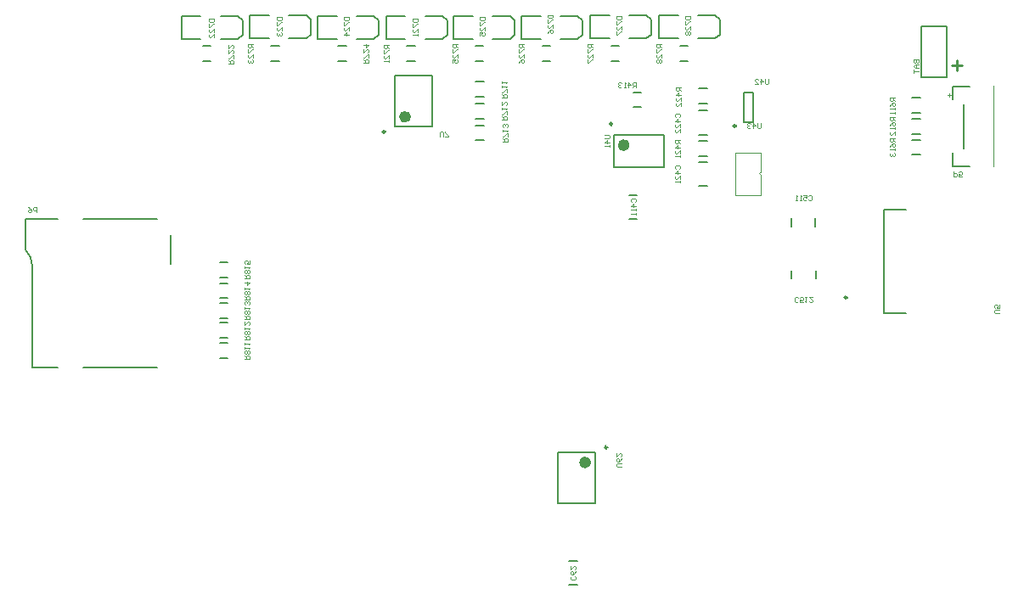
<source format=gbo>
G04*
G04 #@! TF.GenerationSoftware,Altium Limited,Altium Designer,18.1.7 (191)*
G04*
G04 Layer_Color=32896*
%FSLAX25Y25*%
%MOIN*%
G70*
G01*
G75*
%ADD10C,0.00787*%
%ADD11C,0.00984*%
%ADD12C,0.02362*%
%ADD13C,0.01000*%
%ADD15C,0.00400*%
%ADD16C,0.00600*%
%ADD98C,0.00200*%
%ADD99C,0.00394*%
D10*
X11393Y187900D02*
G03*
X8637Y194554I-9409J0D01*
G01*
X222110Y72424D02*
X225260D01*
X222110Y62975D02*
X225260D01*
X217717Y94861D02*
X232284D01*
X217717Y114939D02*
X232284D01*
X217717Y94861D02*
Y114939D01*
X232284Y94861D02*
Y114939D01*
X84849Y157834D02*
X87999D01*
X84849Y151928D02*
X87999D01*
X84849Y189634D02*
X87999D01*
X84849Y183728D02*
X87999D01*
X84849Y165834D02*
X87999D01*
X84849Y159928D02*
X87999D01*
X84849Y173634D02*
X87999D01*
X84849Y167728D02*
X87999D01*
X84849Y181434D02*
X87999D01*
X84849Y175528D02*
X87999D01*
X11393Y148420D02*
X21386D01*
X31386D02*
X60386D01*
X8638Y206687D02*
X21386D01*
X31386D02*
X60386D01*
X11393Y180553D02*
Y187900D01*
X8638Y194553D02*
Y206687D01*
X11393Y148420D02*
Y181553D01*
X65724Y188892D02*
Y200215D01*
X272765Y277474D02*
X279458D01*
Y286529D02*
X281427Y284954D01*
X279458Y277474D02*
X281427Y279048D01*
X272765Y286529D02*
X279458D01*
X281427Y279048D02*
Y284954D01*
X257411Y277474D02*
Y286529D01*
Y277474D02*
X264891D01*
X257411Y286529D02*
X264891D01*
X245765Y277474D02*
X252458D01*
Y286529D02*
X254427Y284954D01*
X252458Y277474D02*
X254427Y279048D01*
X245765Y286529D02*
X252458D01*
X254427Y279048D02*
Y284954D01*
X230411Y277474D02*
Y286529D01*
Y277474D02*
X237891D01*
X230411Y286529D02*
X237891D01*
X218765Y277274D02*
X225458D01*
Y286329D02*
X227427Y284754D01*
X225458Y277274D02*
X227427Y278848D01*
X218765Y286329D02*
X225458D01*
X227427Y278848D02*
Y284754D01*
X203411Y277274D02*
Y286329D01*
Y277274D02*
X210891D01*
X203411Y286329D02*
X210891D01*
X192165Y277274D02*
X198858D01*
Y286329D02*
X200827Y284754D01*
X198858Y277274D02*
X200827Y278848D01*
X192165Y286329D02*
X198858D01*
X200827Y278848D02*
Y284754D01*
X176811Y277274D02*
Y286329D01*
Y277274D02*
X184291D01*
X176811Y286329D02*
X184291D01*
X165565Y277274D02*
X172258D01*
Y286329D02*
X174227Y284754D01*
X172258Y277274D02*
X174227Y278848D01*
X165565Y286329D02*
X172258D01*
X174227Y278848D02*
Y284754D01*
X150211Y277274D02*
Y286329D01*
Y277274D02*
X157691D01*
X150211Y286329D02*
X157691D01*
X138765Y277274D02*
X145458D01*
Y286329D02*
X147427Y284754D01*
X145458Y277274D02*
X147427Y278848D01*
X138765Y286329D02*
X145458D01*
X147427Y278848D02*
Y284754D01*
X123411Y277274D02*
Y286329D01*
Y277274D02*
X130891D01*
X123411Y286329D02*
X130891D01*
X112165Y277474D02*
X118858D01*
Y286529D02*
X120827Y284954D01*
X118858Y277474D02*
X120827Y279048D01*
X112165Y286529D02*
X118858D01*
X120827Y279048D02*
Y284954D01*
X96811Y277474D02*
Y286529D01*
Y277474D02*
X104291D01*
X96811Y286529D02*
X104291D01*
X85365Y277274D02*
X92058D01*
Y286329D02*
X94027Y284754D01*
X92058Y277274D02*
X94027Y278848D01*
X85365Y286329D02*
X92058D01*
X94027Y278848D02*
Y284754D01*
X70011Y277274D02*
Y286329D01*
Y277274D02*
X77491D01*
X70011Y286329D02*
X77491D01*
X78234Y274554D02*
X81384D01*
X78234Y268648D02*
X81384D01*
X105034Y274554D02*
X108184D01*
X105034Y268648D02*
X108184D01*
X131434Y274554D02*
X134584D01*
X131434Y268648D02*
X134584D01*
X158434Y274554D02*
X161584D01*
X158434Y268648D02*
X161584D01*
X185234Y274554D02*
X188384D01*
X185234Y268648D02*
X188384D01*
X211634Y274554D02*
X214784D01*
X211634Y268648D02*
X214784D01*
X238634Y274554D02*
X241784D01*
X238634Y268648D02*
X241784D01*
X265634Y274554D02*
X268784D01*
X265634Y268648D02*
X268784D01*
X245649Y206557D02*
X248799D01*
X245649Y216005D02*
X248799D01*
X185364Y243434D02*
X188514D01*
X185364Y237528D02*
X188514D01*
X185364Y252034D02*
X188514D01*
X185364Y246128D02*
X188514D01*
X185364Y260634D02*
X188514D01*
X185364Y254728D02*
X188514D01*
X153741Y242841D02*
Y262920D01*
X168308Y242841D02*
Y262920D01*
X153741Y242841D02*
X168308D01*
X153741Y262920D02*
X168308D01*
X273049Y251928D02*
X276199D01*
X273049Y257834D02*
X276199D01*
X273049Y239757D02*
X276199D01*
X273049Y249205D02*
X276199D01*
X273049Y229005D02*
X276199D01*
X273049Y219557D02*
X276199D01*
X273049Y237234D02*
X276199D01*
X273049Y231328D02*
X276199D01*
X294196Y244475D02*
Y256287D01*
X290653Y244475D02*
Y256287D01*
X294196D01*
X290653Y244475D02*
X294196D01*
X247249Y250528D02*
X250399D01*
X247249Y256434D02*
X250399D01*
X239582Y239580D02*
X259267D01*
X239582Y226982D02*
X259267D01*
X239582D02*
Y239580D01*
X259267Y226982D02*
Y239580D01*
X309412Y183156D02*
Y186306D01*
X318860Y183156D02*
Y186306D01*
X318660Y203771D02*
Y206921D01*
X309212Y203771D02*
Y206921D01*
X345640Y169605D02*
X354498D01*
X345640D02*
Y210156D01*
X354498D01*
X356811Y245993D02*
X359960D01*
X356811Y240087D02*
X359960D01*
X356811Y237793D02*
X359960D01*
X356811Y231887D02*
X359960D01*
X356811Y254152D02*
X359960D01*
X356811Y248246D02*
X359960D01*
X360409Y282263D02*
X370409D01*
X360409Y262263D02*
Y282263D01*
Y262263D02*
X370409D01*
Y282263D01*
D11*
X237106Y116908D02*
G03*
X237106Y116908I-492J0D01*
G01*
X149902Y240873D02*
G03*
X149902Y240873I-492J0D01*
G01*
X287601Y243196D02*
G03*
X287601Y243196I-492J0D01*
G01*
X239070Y244009D02*
G03*
X239070Y244009I-492J0D01*
G01*
X331171Y175747D02*
G03*
X331171Y175747I-492J0D01*
G01*
D12*
X229528Y111002D02*
G03*
X229528Y111002I-1181J0D01*
G01*
X158859Y246779D02*
G03*
X158859Y246779I-1181J0D01*
G01*
X244700Y235643D02*
G03*
X244700Y235643I-1181J0D01*
G01*
D13*
X374201Y264900D02*
Y268899D01*
X372202Y266899D02*
X376200D01*
D15*
X371334Y256032D02*
Y254699D01*
X370667Y255366D02*
X372000D01*
X242599Y109200D02*
X240933D01*
X240600Y109533D01*
Y110200D01*
X240933Y110533D01*
X242599D01*
Y112532D02*
X242266Y111866D01*
X241600Y111199D01*
X240933D01*
X240600Y111533D01*
Y112199D01*
X240933Y112532D01*
X241266D01*
X241600Y112199D01*
Y111199D01*
X240600Y114532D02*
Y113199D01*
X241933Y114532D01*
X242266D01*
X242599Y114198D01*
Y113532D01*
X242266Y113199D01*
X224351Y66433D02*
X224684Y66100D01*
Y65433D01*
X224351Y65100D01*
X223018D01*
X222685Y65433D01*
Y66100D01*
X223018Y66433D01*
X224684Y68432D02*
X224351Y67766D01*
X223685Y67099D01*
X223018D01*
X222685Y67432D01*
Y68099D01*
X223018Y68432D01*
X223352D01*
X223685Y68099D01*
Y67099D01*
X222685Y70431D02*
Y69099D01*
X224018Y70431D01*
X224351D01*
X224684Y70098D01*
Y69432D01*
X224351Y69099D01*
X297224Y244180D02*
Y242514D01*
X296891Y242181D01*
X296224D01*
X295891Y242514D01*
Y244180D01*
X294225Y242181D02*
Y244180D01*
X295225Y243181D01*
X293892D01*
X293225Y243847D02*
X292892Y244180D01*
X292226D01*
X291892Y243847D01*
Y243514D01*
X292226Y243181D01*
X292559D01*
X292226D01*
X291892Y242847D01*
Y242514D01*
X292226Y242181D01*
X292892D01*
X293225Y242514D01*
X300424Y261780D02*
Y260114D01*
X300091Y259781D01*
X299424D01*
X299091Y260114D01*
Y261780D01*
X297425Y259781D02*
Y261780D01*
X298425Y260781D01*
X297092D01*
X295092Y259781D02*
X296425D01*
X295092Y261114D01*
Y261447D01*
X295426Y261780D01*
X296092D01*
X296425Y261447D01*
X236025Y239681D02*
X237691D01*
X238024Y239348D01*
Y238681D01*
X237691Y238348D01*
X236025D01*
X238024Y236682D02*
X236025D01*
X237024Y237682D01*
Y236349D01*
X238024Y235682D02*
Y235016D01*
Y235349D01*
X236025D01*
X236358Y235682D01*
X171224Y239082D02*
Y240748D01*
X171557Y241081D01*
X172224D01*
X172557Y240748D01*
Y239082D01*
X173223D02*
X174556D01*
Y239415D01*
X173223Y240748D01*
Y241081D01*
X390885Y169481D02*
X389219D01*
X388885Y169814D01*
Y170481D01*
X389219Y170814D01*
X390885D01*
Y172813D02*
Y171480D01*
X389885D01*
X390218Y172147D01*
Y172480D01*
X389885Y172813D01*
X389219D01*
X388885Y172480D01*
Y171813D01*
X389219Y171480D01*
X94824Y183281D02*
X96823D01*
Y184281D01*
X96490Y184614D01*
X95824D01*
X95490Y184281D01*
Y183281D01*
Y183947D02*
X94824Y184614D01*
X96490Y185280D02*
X96823Y185614D01*
Y186280D01*
X96490Y186613D01*
X96157D01*
X95824Y186280D01*
X95490Y186613D01*
X95157D01*
X94824Y186280D01*
Y185614D01*
X95157Y185280D01*
X95490D01*
X95824Y185614D01*
X96157Y185280D01*
X96490D01*
X95824Y185614D02*
Y186280D01*
X94824Y187280D02*
Y187946D01*
Y187613D01*
X96823D01*
X96490Y187280D01*
X96823Y190279D02*
Y188946D01*
X95824D01*
X96157Y189612D01*
Y189945D01*
X95824Y190279D01*
X95157D01*
X94824Y189945D01*
Y189279D01*
X95157Y188946D01*
X94824Y175081D02*
X96823D01*
Y176081D01*
X96490Y176414D01*
X95824D01*
X95490Y176081D01*
Y175081D01*
Y175747D02*
X94824Y176414D01*
X96490Y177080D02*
X96823Y177413D01*
Y178080D01*
X96490Y178413D01*
X96157D01*
X95824Y178080D01*
X95490Y178413D01*
X95157D01*
X94824Y178080D01*
Y177413D01*
X95157Y177080D01*
X95490D01*
X95824Y177413D01*
X96157Y177080D01*
X96490D01*
X95824Y177413D02*
Y178080D01*
X94824Y179080D02*
Y179746D01*
Y179413D01*
X96823D01*
X96490Y179080D01*
X94824Y181746D02*
X96823D01*
X95824Y180746D01*
Y182079D01*
X94824Y167281D02*
X96823D01*
Y168281D01*
X96490Y168614D01*
X95824D01*
X95490Y168281D01*
Y167281D01*
Y167947D02*
X94824Y168614D01*
X96490Y169280D02*
X96823Y169614D01*
Y170280D01*
X96490Y170613D01*
X96157D01*
X95824Y170280D01*
X95490Y170613D01*
X95157D01*
X94824Y170280D01*
Y169614D01*
X95157Y169280D01*
X95490D01*
X95824Y169614D01*
X96157Y169280D01*
X96490D01*
X95824Y169614D02*
Y170280D01*
X94824Y171280D02*
Y171946D01*
Y171613D01*
X96823D01*
X96490Y171280D01*
Y172946D02*
X96823Y173279D01*
Y173945D01*
X96490Y174279D01*
X96157D01*
X95824Y173945D01*
Y173612D01*
Y173945D01*
X95490Y174279D01*
X95157D01*
X94824Y173945D01*
Y173279D01*
X95157Y172946D01*
X94824Y159281D02*
X96823D01*
Y160281D01*
X96490Y160614D01*
X95824D01*
X95490Y160281D01*
Y159281D01*
Y159947D02*
X94824Y160614D01*
X96490Y161280D02*
X96823Y161614D01*
Y162280D01*
X96490Y162613D01*
X96157D01*
X95824Y162280D01*
X95490Y162613D01*
X95157D01*
X94824Y162280D01*
Y161614D01*
X95157Y161280D01*
X95490D01*
X95824Y161614D01*
X96157Y161280D01*
X96490D01*
X95824Y161614D02*
Y162280D01*
X94824Y163280D02*
Y163946D01*
Y163613D01*
X96823D01*
X96490Y163280D01*
X94824Y166279D02*
Y164946D01*
X96157Y166279D01*
X96490D01*
X96823Y165945D01*
Y165279D01*
X96490Y164946D01*
X94824Y151681D02*
X96823D01*
Y152681D01*
X96490Y153014D01*
X95824D01*
X95490Y152681D01*
Y151681D01*
Y152347D02*
X94824Y153014D01*
X96490Y153680D02*
X96823Y154014D01*
Y154680D01*
X96490Y155013D01*
X96157D01*
X95824Y154680D01*
X95490Y155013D01*
X95157D01*
X94824Y154680D01*
Y154014D01*
X95157Y153680D01*
X95490D01*
X95824Y154014D01*
X96157Y153680D01*
X96490D01*
X95824Y154014D02*
Y154680D01*
X94824Y155680D02*
Y156346D01*
Y156013D01*
X96823D01*
X96490Y155680D01*
X94824Y157346D02*
Y158012D01*
Y157679D01*
X96823D01*
X96490Y157346D01*
X258209Y275401D02*
X256210D01*
Y274402D01*
X256543Y274068D01*
X257209D01*
X257542Y274402D01*
Y275401D01*
Y274735D02*
X258209Y274068D01*
X256210Y273402D02*
Y272069D01*
X256543D01*
X257876Y273402D01*
X258209D01*
Y270070D02*
Y271403D01*
X256876Y270070D01*
X256543D01*
X256210Y270403D01*
Y271069D01*
X256543Y271403D01*
Y269403D02*
X256210Y269070D01*
Y268404D01*
X256543Y268070D01*
X256876D01*
X257209Y268404D01*
X257542Y268070D01*
X257876D01*
X258209Y268404D01*
Y269070D01*
X257876Y269403D01*
X257542D01*
X257209Y269070D01*
X256876Y269403D01*
X256543D01*
X257209Y269070D02*
Y268404D01*
X231409Y275201D02*
X229410D01*
Y274202D01*
X229743Y273868D01*
X230409D01*
X230743Y274202D01*
Y275201D01*
Y274535D02*
X231409Y273868D01*
X229410Y273202D02*
Y271869D01*
X229743D01*
X231076Y273202D01*
X231409D01*
Y269870D02*
Y271203D01*
X230076Y269870D01*
X229743D01*
X229410Y270203D01*
Y270869D01*
X229743Y271203D01*
X229410Y269203D02*
Y267870D01*
X229743D01*
X231076Y269203D01*
X231409D01*
X204494Y275201D02*
X202495D01*
Y274202D01*
X202828Y273868D01*
X203494D01*
X203828Y274202D01*
Y275201D01*
Y274535D02*
X204494Y273868D01*
X202495Y273202D02*
Y271869D01*
X202828D01*
X204161Y273202D01*
X204494D01*
Y269870D02*
Y271203D01*
X203161Y269870D01*
X202828D01*
X202495Y270203D01*
Y270869D01*
X202828Y271203D01*
X202495Y267870D02*
X202828Y268537D01*
X203494Y269203D01*
X204161D01*
X204494Y268870D01*
Y268204D01*
X204161Y267870D01*
X203828D01*
X203494Y268204D01*
Y269203D01*
X178209Y275201D02*
X176210D01*
Y274202D01*
X176543Y273868D01*
X177209D01*
X177542Y274202D01*
Y275201D01*
Y274535D02*
X178209Y273868D01*
X176210Y273202D02*
Y271869D01*
X176543D01*
X177876Y273202D01*
X178209D01*
Y269870D02*
Y271203D01*
X176876Y269870D01*
X176543D01*
X176210Y270203D01*
Y270869D01*
X176543Y271203D01*
X176210Y267870D02*
Y269203D01*
X177209D01*
X176876Y268537D01*
Y268204D01*
X177209Y267870D01*
X177876D01*
X178209Y268204D01*
Y268870D01*
X177876Y269203D01*
X141409Y268001D02*
X143408D01*
Y269001D01*
X143075Y269334D01*
X142409D01*
X142075Y269001D01*
Y268001D01*
Y268668D02*
X141409Y269334D01*
X143408Y270001D02*
Y271334D01*
X143075D01*
X141742Y270001D01*
X141409D01*
Y273333D02*
Y272000D01*
X142742Y273333D01*
X143075D01*
X143408Y273000D01*
Y272333D01*
X143075Y272000D01*
X141409Y274999D02*
X143408D01*
X142409Y273999D01*
Y275332D01*
X98009Y275401D02*
X96010D01*
Y274402D01*
X96343Y274068D01*
X97009D01*
X97342Y274402D01*
Y275401D01*
Y274735D02*
X98009Y274068D01*
X96010Y273402D02*
Y272069D01*
X96343D01*
X97676Y273402D01*
X98009D01*
Y270070D02*
Y271403D01*
X96676Y270070D01*
X96343D01*
X96010Y270403D01*
Y271069D01*
X96343Y271403D01*
Y269403D02*
X96010Y269070D01*
Y268404D01*
X96343Y268070D01*
X96676D01*
X97009Y268404D01*
Y268737D01*
Y268404D01*
X97342Y268070D01*
X97676D01*
X98009Y268404D01*
Y269070D01*
X97676Y269403D01*
X88409Y267601D02*
X90408D01*
Y268601D01*
X90075Y268934D01*
X89409D01*
X89075Y268601D01*
Y267601D01*
Y268268D02*
X88409Y268934D01*
X90408Y269601D02*
Y270934D01*
X90075D01*
X88742Y269601D01*
X88409D01*
Y272933D02*
Y271600D01*
X89742Y272933D01*
X90075D01*
X90408Y272600D01*
Y271933D01*
X90075Y271600D01*
X88409Y274932D02*
Y273599D01*
X89742Y274932D01*
X90075D01*
X90408Y274599D01*
Y273933D01*
X90075Y273599D01*
X151209Y275001D02*
X149210D01*
Y274002D01*
X149543Y273669D01*
X150209D01*
X150542Y274002D01*
Y275001D01*
Y274335D02*
X151209Y273669D01*
X149210Y273002D02*
Y271669D01*
X149543D01*
X150876Y273002D01*
X151209D01*
Y269670D02*
Y271003D01*
X149876Y269670D01*
X149543D01*
X149210Y270003D01*
Y270669D01*
X149543Y271003D01*
X151209Y269003D02*
Y268337D01*
Y268670D01*
X149210D01*
X149543Y269003D01*
X195939Y237081D02*
X197938D01*
Y238081D01*
X197605Y238414D01*
X196939D01*
X196605Y238081D01*
Y237081D01*
Y237747D02*
X195939Y238414D01*
X197938Y239080D02*
Y240413D01*
X197605D01*
X196272Y239080D01*
X195939D01*
Y241080D02*
Y241746D01*
Y241413D01*
X197938D01*
X197605Y241080D01*
Y242746D02*
X197938Y243079D01*
Y243745D01*
X197605Y244079D01*
X197272D01*
X196939Y243745D01*
Y243412D01*
Y243745D01*
X196605Y244079D01*
X196272D01*
X195939Y243745D01*
Y243079D01*
X196272Y242746D01*
X195739Y245681D02*
X197738D01*
Y246681D01*
X197405Y247014D01*
X196739D01*
X196405Y246681D01*
Y245681D01*
Y246347D02*
X195739Y247014D01*
X197738Y247680D02*
Y249013D01*
X197405D01*
X196072Y247680D01*
X195739D01*
Y249680D02*
Y250346D01*
Y250013D01*
X197738D01*
X197405Y249680D01*
X195739Y252679D02*
Y251346D01*
X197072Y252679D01*
X197405D01*
X197738Y252345D01*
Y251679D01*
X197405Y251346D01*
X195739Y254281D02*
X197738D01*
Y255281D01*
X197405Y255614D01*
X196739D01*
X196405Y255281D01*
Y254281D01*
Y254947D02*
X195739Y255614D01*
X197738Y256280D02*
Y257613D01*
X197405D01*
X196072Y256280D01*
X195739D01*
Y258280D02*
Y258946D01*
Y258613D01*
X197738D01*
X197405Y258280D01*
X195739Y259946D02*
Y260612D01*
Y260279D01*
X197738D01*
X197405Y259946D01*
X349985Y238240D02*
X347986D01*
Y237240D01*
X348319Y236907D01*
X348986D01*
X349319Y237240D01*
Y238240D01*
Y237574D02*
X349985Y236907D01*
X347986Y234908D02*
X348319Y235574D01*
X348986Y236241D01*
X349652D01*
X349985Y235907D01*
Y235241D01*
X349652Y234908D01*
X349319D01*
X348986Y235241D01*
Y236241D01*
X349985Y234241D02*
Y233575D01*
Y233908D01*
X347986D01*
X348319Y234241D01*
Y232575D02*
X347986Y232242D01*
Y231575D01*
X348319Y231242D01*
X348653D01*
X348986Y231575D01*
Y231909D01*
Y231575D01*
X349319Y231242D01*
X349652D01*
X349985Y231575D01*
Y232242D01*
X349652Y232575D01*
X349985Y246640D02*
X347986D01*
Y245640D01*
X348319Y245307D01*
X348986D01*
X349319Y245640D01*
Y246640D01*
Y245973D02*
X349985Y245307D01*
X347986Y243308D02*
X348319Y243974D01*
X348986Y244641D01*
X349652D01*
X349985Y244307D01*
Y243641D01*
X349652Y243308D01*
X349319D01*
X348986Y243641D01*
Y244641D01*
X349985Y242641D02*
Y241975D01*
Y242308D01*
X347986D01*
X348319Y242641D01*
X349985Y239642D02*
Y240975D01*
X348653Y239642D01*
X348319D01*
X347986Y239976D01*
Y240642D01*
X348319Y240975D01*
X349985Y254240D02*
X347986D01*
Y253240D01*
X348319Y252907D01*
X348986D01*
X349319Y253240D01*
Y254240D01*
Y253573D02*
X349985Y252907D01*
X347986Y250908D02*
X348319Y251574D01*
X348986Y252241D01*
X349652D01*
X349985Y251907D01*
Y251241D01*
X349652Y250908D01*
X349319D01*
X348986Y251241D01*
Y252241D01*
X349985Y250241D02*
Y249575D01*
Y249908D01*
X347986D01*
X348319Y250241D01*
X349985Y248575D02*
Y247909D01*
Y248242D01*
X347986D01*
X348319Y248575D01*
X266024Y258281D02*
X264025D01*
Y257281D01*
X264358Y256948D01*
X265024D01*
X265358Y257281D01*
Y258281D01*
Y257614D02*
X266024Y256948D01*
Y255282D02*
X264025D01*
X265024Y256282D01*
Y254949D01*
X266024Y252949D02*
Y254282D01*
X264691Y252949D01*
X264358D01*
X264025Y253283D01*
Y253949D01*
X264358Y254282D01*
X266024Y250950D02*
Y252283D01*
X264691Y250950D01*
X264358D01*
X264025Y251283D01*
Y251950D01*
X264358Y252283D01*
X265824Y237481D02*
X263825D01*
Y236481D01*
X264158Y236148D01*
X264824D01*
X265158Y236481D01*
Y237481D01*
Y236814D02*
X265824Y236148D01*
Y234482D02*
X263825D01*
X264824Y235482D01*
Y234149D01*
X265824Y232149D02*
Y233482D01*
X264491Y232149D01*
X264158D01*
X263825Y232483D01*
Y233149D01*
X264158Y233482D01*
X265824Y231483D02*
Y230817D01*
Y231150D01*
X263825D01*
X264158Y231483D01*
X248224Y258281D02*
Y260280D01*
X247224D01*
X246891Y259947D01*
Y259281D01*
X247224Y258947D01*
X248224D01*
X247558D02*
X246891Y258281D01*
X245225D02*
Y260280D01*
X246225Y259281D01*
X244892D01*
X244225Y258281D02*
X243559D01*
X243892D01*
Y260280D01*
X244225Y259947D01*
X242559D02*
X242226Y260280D01*
X241560D01*
X241226Y259947D01*
Y259614D01*
X241560Y259281D01*
X241893D01*
X241560D01*
X241226Y258947D01*
Y258614D01*
X241560Y258281D01*
X242226D01*
X242559Y258614D01*
X12985Y209154D02*
Y211153D01*
X11986D01*
X11653Y210820D01*
Y210153D01*
X11986Y209820D01*
X12985D01*
X9653Y211153D02*
X10320Y210820D01*
X10986Y210153D01*
Y209487D01*
X10653Y209154D01*
X9986D01*
X9653Y209487D01*
Y209820D01*
X9986Y210153D01*
X10986D01*
X372985Y225240D02*
Y223241D01*
X373985D01*
X374318Y223574D01*
Y224240D01*
X373985Y224573D01*
X372985D01*
X376318Y223241D02*
X374985D01*
Y224240D01*
X375651Y223907D01*
X375984D01*
X376318Y224240D01*
Y224907D01*
X375984Y225240D01*
X375318D01*
X374985Y224907D01*
X267810Y286201D02*
X269809D01*
Y285202D01*
X269476Y284869D01*
X268143D01*
X267810Y285202D01*
Y286201D01*
Y284202D02*
Y282869D01*
X268143D01*
X269476Y284202D01*
X269809D01*
Y280870D02*
Y282203D01*
X268476Y280870D01*
X268143D01*
X267810Y281203D01*
Y281869D01*
X268143Y282203D01*
Y280203D02*
X267810Y279870D01*
Y279204D01*
X268143Y278870D01*
X268476D01*
X268809Y279204D01*
X269143Y278870D01*
X269476D01*
X269809Y279204D01*
Y279870D01*
X269476Y280203D01*
X269143D01*
X268809Y279870D01*
X268476Y280203D01*
X268143D01*
X268809Y279870D02*
Y279204D01*
X240810Y286201D02*
X242809D01*
Y285202D01*
X242476Y284869D01*
X241143D01*
X240810Y285202D01*
Y286201D01*
Y284202D02*
Y282869D01*
X241143D01*
X242476Y284202D01*
X242809D01*
Y280870D02*
Y282203D01*
X241476Y280870D01*
X241143D01*
X240810Y281203D01*
Y281869D01*
X241143Y282203D01*
X240810Y280203D02*
Y278870D01*
X241143D01*
X242476Y280203D01*
X242809D01*
X213810Y286801D02*
X215809D01*
Y285802D01*
X215476Y285469D01*
X214143D01*
X213810Y285802D01*
Y286801D01*
Y284802D02*
Y283469D01*
X214143D01*
X215476Y284802D01*
X215809D01*
Y281470D02*
Y282803D01*
X214476Y281470D01*
X214143D01*
X213810Y281803D01*
Y282469D01*
X214143Y282803D01*
X213810Y279470D02*
X214143Y280137D01*
X214809Y280803D01*
X215476D01*
X215809Y280470D01*
Y279804D01*
X215476Y279470D01*
X215142D01*
X214809Y279804D01*
Y280803D01*
X187010Y286001D02*
X189009D01*
Y285002D01*
X188676Y284668D01*
X187343D01*
X187010Y285002D01*
Y286001D01*
Y284002D02*
Y282669D01*
X187343D01*
X188676Y284002D01*
X189009D01*
Y280670D02*
Y282003D01*
X187676Y280670D01*
X187343D01*
X187010Y281003D01*
Y281669D01*
X187343Y282003D01*
X187010Y278670D02*
Y280003D01*
X188009D01*
X187676Y279337D01*
Y279004D01*
X188009Y278670D01*
X188676D01*
X189009Y279004D01*
Y279670D01*
X188676Y280003D01*
X133810Y286001D02*
X135809D01*
Y285002D01*
X135476Y284668D01*
X134143D01*
X133810Y285002D01*
Y286001D01*
Y284002D02*
Y282669D01*
X134143D01*
X135476Y284002D01*
X135809D01*
Y280670D02*
Y282003D01*
X134476Y280670D01*
X134143D01*
X133810Y281003D01*
Y281669D01*
X134143Y282003D01*
X135809Y279004D02*
X133810D01*
X134809Y280003D01*
Y278670D01*
X107210Y286001D02*
X109209D01*
Y285002D01*
X108876Y284668D01*
X107543D01*
X107210Y285002D01*
Y286001D01*
Y284002D02*
Y282669D01*
X107543D01*
X108876Y284002D01*
X109209D01*
Y280670D02*
Y282003D01*
X107876Y280670D01*
X107543D01*
X107210Y281003D01*
Y281669D01*
X107543Y282003D01*
Y280003D02*
X107210Y279670D01*
Y279004D01*
X107543Y278670D01*
X107876D01*
X108209Y279004D01*
Y279337D01*
Y279004D01*
X108543Y278670D01*
X108876D01*
X109209Y279004D01*
Y279670D01*
X108876Y280003D01*
X80610Y285401D02*
X82609D01*
Y284402D01*
X82276Y284068D01*
X80943D01*
X80610Y284402D01*
Y285401D01*
Y283402D02*
Y282069D01*
X80943D01*
X82276Y283402D01*
X82609D01*
Y280070D02*
Y281403D01*
X81276Y280070D01*
X80943D01*
X80610Y280403D01*
Y281069D01*
X80943Y281403D01*
X82609Y278070D02*
Y279403D01*
X81276Y278070D01*
X80943D01*
X80610Y278404D01*
Y279070D01*
X80943Y279403D01*
X160610Y285201D02*
X162609D01*
Y284202D01*
X162276Y283869D01*
X160943D01*
X160610Y284202D01*
Y285201D01*
Y283202D02*
Y281869D01*
X160943D01*
X162276Y283202D01*
X162609D01*
Y279870D02*
Y281203D01*
X161276Y279870D01*
X160943D01*
X160610Y280203D01*
Y280869D01*
X160943Y281203D01*
X162609Y279203D02*
Y278537D01*
Y278870D01*
X160610D01*
X160943Y279203D01*
X312069Y174465D02*
X311736Y174132D01*
X311069D01*
X310736Y174465D01*
Y175798D01*
X311069Y176131D01*
X311736D01*
X312069Y175798D01*
X314068Y174132D02*
X312735D01*
Y175132D01*
X313402Y174798D01*
X313735D01*
X314068Y175132D01*
Y175798D01*
X313735Y176131D01*
X313068D01*
X312735Y175798D01*
X314735Y176131D02*
X315401D01*
X315068D01*
Y174132D01*
X314735Y174465D01*
X317734Y176131D02*
X316401D01*
X317734Y174798D01*
Y174465D01*
X317400Y174132D01*
X316734D01*
X316401Y174465D01*
X316003Y215612D02*
X316336Y215946D01*
X317003D01*
X317336Y215612D01*
Y214280D01*
X317003Y213946D01*
X316336D01*
X316003Y214280D01*
X314004Y215946D02*
X315336D01*
Y214946D01*
X314670Y215279D01*
X314337D01*
X314004Y214946D01*
Y214280D01*
X314337Y213946D01*
X315003D01*
X315336Y214280D01*
X313337Y213946D02*
X312671D01*
X313004D01*
Y215946D01*
X313337Y215612D01*
X311671Y213946D02*
X311004D01*
X311338D01*
Y215946D01*
X311671Y215612D01*
X264158Y246748D02*
X263825Y247081D01*
Y247748D01*
X264158Y248081D01*
X265491D01*
X265824Y247748D01*
Y247081D01*
X265491Y246748D01*
X265824Y245082D02*
X263825D01*
X264824Y246082D01*
Y244749D01*
X265824Y242749D02*
Y244082D01*
X264491Y242749D01*
X264158D01*
X263825Y243083D01*
Y243749D01*
X264158Y244082D01*
X265824Y240750D02*
Y242083D01*
X264491Y240750D01*
X264158D01*
X263825Y241083D01*
Y241750D01*
X264158Y242083D01*
Y226148D02*
X263825Y226481D01*
Y227148D01*
X264158Y227481D01*
X265491D01*
X265824Y227148D01*
Y226481D01*
X265491Y226148D01*
X265824Y224482D02*
X263825D01*
X264824Y225482D01*
Y224149D01*
X265824Y222149D02*
Y223482D01*
X264491Y222149D01*
X264158D01*
X263825Y222483D01*
Y223149D01*
X264158Y223482D01*
X265824Y221483D02*
Y220816D01*
Y221150D01*
X263825D01*
X264158Y221483D01*
X246558Y213148D02*
X246225Y213481D01*
Y214148D01*
X246558Y214481D01*
X247891D01*
X248224Y214148D01*
Y213481D01*
X247891Y213148D01*
X248224Y211482D02*
X246225D01*
X247224Y212482D01*
Y211149D01*
X248224Y210482D02*
Y209816D01*
Y210149D01*
X246225D01*
X246558Y210482D01*
X248224Y208816D02*
Y208150D01*
Y208483D01*
X246225D01*
X246558Y208816D01*
X357209Y269463D02*
X359208D01*
Y268463D01*
X358875Y268130D01*
X358542D01*
X358209Y268463D01*
Y269463D01*
Y268463D01*
X357875Y268130D01*
X357542D01*
X357209Y268463D01*
Y269463D01*
X359208Y267464D02*
X357875D01*
X357209Y266797D01*
X357875Y266131D01*
X359208D01*
X358209D01*
Y267464D01*
X357209Y265464D02*
Y264131D01*
Y264798D01*
X359208D01*
D16*
X376861Y234378D02*
Y251701D01*
X372530Y253473D02*
Y258788D01*
X379286D01*
X372530Y227292D02*
Y232607D01*
Y227292D02*
X379420D01*
D98*
X297474Y225006D02*
G03*
X297474Y223756I0J-625D01*
G01*
X287474Y216031D02*
X297474D01*
X287474D02*
Y232731D01*
X297474D01*
Y225006D02*
Y232731D01*
Y216031D02*
Y223756D01*
D99*
X388672Y227292D02*
Y258985D01*
M02*

</source>
